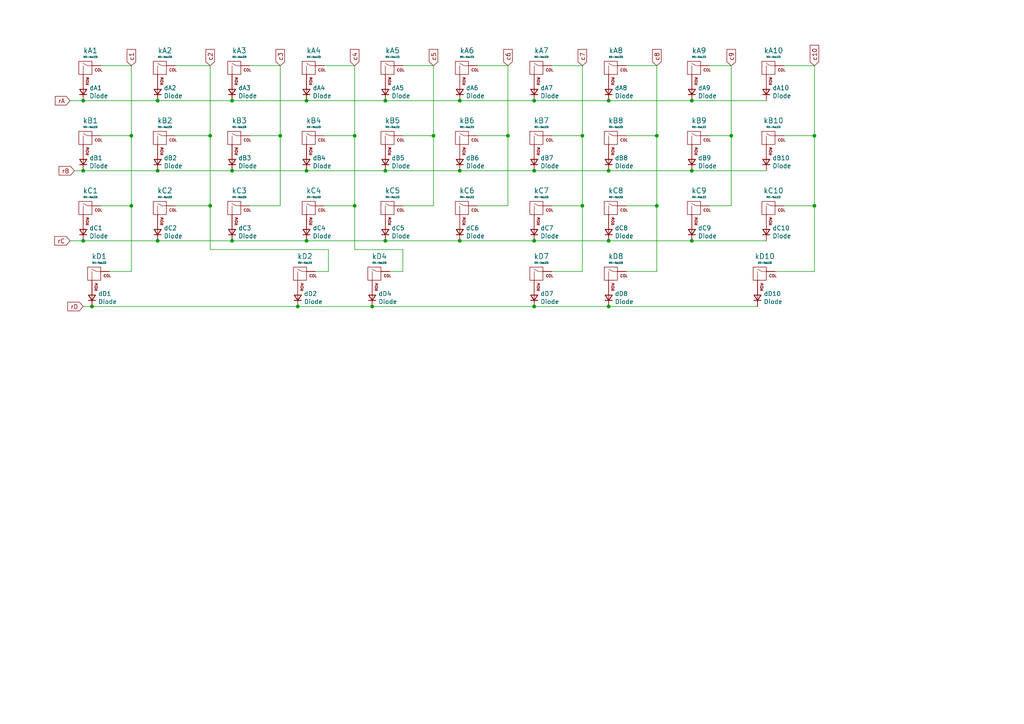
<source format=kicad_sch>
(kicad_sch (version 20230121) (generator eeschema)
  (paper "A4")
  (junction (at 446.405 149.86))
  (junction (at 400.685 71.12))
  (junction (at 212.09 39.37))
  (junction (at 324.485 50.8))
  (junction (at 67.31 29.21))
  (junction (at 419.735 160.02))
  (junction (at 446.405 12.7))
  (junction (at 154.94 49.53))
  (junction (at 437.515 149.86))
  (junction (at 24.13 49.53))
  (junction (at 236.22 59.69))
  (junction (at 45.72 49.53))
  (junction (at 518.795 104.14))
  (junction (at 168.91 39.37))
  (junction (at 487.045 81.28))
  (junction (at 428.625 160.02))
  (junction (at 347.345 87.63))
  (junction (at 107.95 88.9))
  (junction (at 343.535 26.67))
  (junction (at 45.72 69.85))
  (junction (at 88.9 69.85))
  (junction (at 147.32 39.37))
  (junction (at 176.53 49.53))
  (junction (at 428.625 149.86))
  (junction (at 102.87 59.69))
  (junction (at 437.515 160.02))
  (junction (at 86.36 88.9))
  (junction (at 432.435 12.7))
  (junction (at 343.535 29.21))
  (junction (at 342.265 11.43))
  (junction (at 154.94 69.85))
  (junction (at 386.715 71.12))
  (junction (at 419.735 149.86))
  (junction (at 45.72 29.21))
  (junction (at 133.35 49.53))
  (junction (at 111.76 49.53))
  (junction (at 236.22 39.37))
  (junction (at 394.335 81.28))
  (junction (at 443.865 12.7))
  (junction (at 532.765 93.98))
  (junction (at 360.045 19.05))
  (junction (at 386.715 81.28))
  (junction (at 460.375 12.7))
  (junction (at 446.405 160.02))
  (junction (at 532.765 118.11))
  (junction (at 200.66 49.53))
  (junction (at 335.915 101.6))
  (junction (at 200.66 29.21))
  (junction (at 125.73 39.37))
  (junction (at 133.35 29.21))
  (junction (at 321.945 90.17))
  (junction (at 60.96 59.69))
  (junction (at 24.13 29.21))
  (junction (at 390.525 149.86))
  (junction (at 88.9 29.21))
  (junction (at 451.485 12.7))
  (junction (at 24.13 69.85))
  (junction (at 67.31 69.85))
  (junction (at 111.76 69.85))
  (junction (at 390.525 160.02))
  (junction (at 168.91 59.69))
  (junction (at 448.945 12.7))
  (junction (at 88.9 49.53))
  (junction (at 154.94 88.9))
  (junction (at 38.1 39.37))
  (junction (at 441.325 12.7))
  (junction (at 344.17 146.685))
  (junction (at 190.5 39.37))
  (junction (at 81.28 39.37))
  (junction (at 26.67 88.9))
  (junction (at 102.87 39.37))
  (junction (at 200.66 69.85))
  (junction (at 67.31 49.53))
  (junction (at 344.17 159.385))
  (junction (at 410.845 149.86))
  (junction (at 176.53 88.9))
  (junction (at 60.96 39.37))
  (junction (at 133.35 69.85))
  (junction (at 410.845 160.02))
  (junction (at 443.865 119.38))
  (junction (at 328.93 147.32))
  (junction (at 154.94 29.21))
  (junction (at 321.945 87.63))
  (junction (at 190.5 59.69))
  (junction (at 176.53 29.21))
  (junction (at 38.1 59.69))
  (junction (at 176.53 69.85))
  (junction (at 111.76 29.21))
  (no_connect (at 471.805 60.96))
  (no_connect (at 339.725 41.91))
  (no_connect (at 415.925 95.25))
  (no_connect (at 415.925 92.71))
  (no_connect (at 471.805 78.74))
  (no_connect (at 471.805 93.98))
  (no_connect (at -24.13 93.98))
  (no_connect (at 339.725 39.37))
  (no_connect (at 471.805 58.42))
  (wire (pts (xy 353.06 149.225) (xy 351.79 149.225)))
  (wire (pts (xy 419.735 160.02) (xy 428.625 160.02)))
  (wire (pts (xy 81.28 39.37) (xy 81.28 59.69)))
  (wire (pts (xy 321.945 90.17) (xy 328.295 90.17)))
  (wire (pts (xy 45.72 29.21) (xy 67.31 29.21)))
  (polyline (pts (xy 568.325 133.35) (xy 568.325 78.74)))
  (wire (pts (xy 471.805 71.12) (xy 480.695 71.12)))
  (wire (pts (xy 471.805 104.14) (xy 481.33 104.14)))
  (wire (pts (xy 342.265 11.43) (xy 344.805 11.43)))
  (wire (pts (xy 371.475 158.75) (xy 371.475 161.29)))
  (wire (pts (xy 464.185 15.24) (xy 464.185 12.7)))
  (wire (pts (xy 382.905 78.74) (xy 386.715 81.28)))
  (wire (pts (xy 335.28 135.255) (xy 344.17 135.255)))
  (wire (pts (xy 31.75 78.74) (xy 38.1 78.74)))
  (wire (pts (xy 399.415 158.75) (xy 399.415 160.02)))
  (wire (pts (xy 328.93 137.16) (xy 328.93 138.43)))
  (wire (pts (xy 38.1 19.05) (xy 38.1 39.37)))
  (wire (pts (xy 45.72 69.85) (xy 67.31 69.85)))
  (wire (pts (xy 205.74 39.37) (xy 212.09 39.37)))
  (wire (pts (xy 181.61 78.74) (xy 190.5 78.74)))
  (wire (pts (xy 344.17 146.685) (xy 353.06 146.685)))
  (wire (pts (xy 38.1 39.37) (xy 38.1 59.69)))
  (wire (pts (xy 556.895 101.6) (xy 545.465 101.6)))
  (wire (pts (xy 471.805 101.6) (xy 481.33 101.6)))
  (wire (pts (xy 316.865 50.8) (xy 318.135 50.8)))
  (wire (pts (xy 518.795 102.87) (xy 518.795 104.14)))
  (wire (pts (xy 443.865 116.84) (xy 443.865 119.38)))
  (wire (pts (xy 111.76 29.21) (xy 133.35 29.21)))
  (wire (pts (xy 471.805 50.8) (xy 481.33 50.8)))
  (wire (pts (xy 133.35 49.53) (xy 154.94 49.53)))
  (wire (pts (xy 390.525 148.59) (xy 390.525 149.86)))
  (wire (pts (xy 168.91 19.05) (xy 168.91 39.37)))
  (wire (pts (xy 455.295 151.13) (xy 455.295 149.86)))
  (wire (pts (xy 20.32 69.85) (xy 24.13 69.85)))
  (wire (pts (xy 176.53 49.53) (xy 200.66 49.53)))
  (wire (pts (xy 535.305 116.84) (xy 535.305 118.11)))
  (wire (pts (xy 154.94 49.53) (xy 176.53 49.53)))
  (wire (pts (xy 414.655 119.38) (xy 443.865 119.38)))
  (wire (pts (xy 427.355 12.7) (xy 432.435 12.7)))
  (wire (pts (xy 410.845 149.86) (xy 419.735 149.86)))
  (wire (pts (xy 154.94 29.21) (xy 176.53 29.21)))
  (wire (pts (xy 50.8 19.05) (xy 60.96 19.05)))
  (wire (pts (xy 67.31 29.21) (xy 88.9 29.21)))
  (polyline (pts (xy 493.395 -5.08) (xy 375.285 -5.08)))
  (wire (pts (xy 154.94 88.9) (xy 176.53 88.9)))
  (wire (pts (xy 487.045 89.535) (xy 487.045 90.805)))
  (wire (pts (xy 471.805 96.52) (xy 478.79 96.52)))
  (wire (pts (xy 116.84 72.39) (xy 102.87 72.39)))
  (wire (pts (xy 313.69 134.62) (xy 313.69 143.51)))
  (wire (pts (xy 471.805 45.72) (xy 481.33 45.72)))
  (wire (pts (xy 446.405 149.86) (xy 455.295 149.86)))
  (wire (pts (xy 386.715 72.39) (xy 386.715 71.12)))
  (wire (pts (xy 414.655 102.87) (xy 415.925 102.87)))
  (wire (pts (xy 400.685 71.12) (xy 400.685 72.39)))
  (wire (pts (xy 111.76 49.53) (xy 133.35 49.53)))
  (wire (pts (xy 400.685 40.64) (xy 415.925 40.64)))
  (wire (pts (xy 342.265 7.62) (xy 342.265 11.43)))
  (wire (pts (xy 328.93 147.32) (xy 328.93 148.59)))
  (wire (pts (xy 446.405 149.86) (xy 446.405 151.13)))
  (wire (pts (xy 316.865 49.53) (xy 316.865 50.8)))
  (wire (pts (xy 471.805 33.02) (xy 481.33 33.02)))
  (wire (pts (xy 390.525 158.75) (xy 390.525 160.02)))
  (wire (pts (xy 410.845 149.86) (xy 410.845 151.13)))
  (wire (pts (xy 432.435 12.7) (xy 434.975 12.7)))
  (wire (pts (xy 227.33 59.69) (xy 236.22 59.69)))
  (wire (pts (xy 471.805 35.56) (xy 481.33 35.56)))
  (wire (pts (xy 410.845 158.75) (xy 410.845 160.02)))
  (wire (pts (xy 471.805 55.88) (xy 481.33 55.88)))
  (wire (pts (xy 328.93 158.75) (xy 328.93 161.29)))
  (wire (pts (xy 386.715 63.5) (xy 415.925 63.5)))
  (wire (pts (xy 335.915 97.79) (xy 335.915 101.6)))
  (wire (pts (xy 200.66 29.21) (xy 222.25 29.21)))
  (wire (pts (xy 343.535 29.21) (xy 342.265 31.75)))
  (wire (pts (xy 400.685 55.88) (xy 405.765 55.88)))
  (polyline (pts (xy 306.705 125.73) (xy 306.705 168.91)))
  (wire (pts (xy 344.17 135.255) (xy 344.17 137.795)))
  (wire (pts (xy 434.975 15.24) (xy 434.975 12.7)))
  (wire (pts (xy 224.79 78.74) (xy 236.22 78.74)))
  (wire (pts (xy 532.765 92.71) (xy 532.765 93.98)))
  (wire (pts (xy 394.335 81.28) (xy 394.335 82.55)))
  (wire (pts (xy 390.525 149.86) (xy 390.525 151.13)))
  (wire (pts (xy 360.045 19.05) (xy 360.045 20.32)))
  (wire (pts (xy 111.76 69.85) (xy 133.35 69.85)))
  (wire (pts (xy 471.805 43.18) (xy 481.33 43.18)))
  (wire (pts (xy 471.805 68.58) (xy 480.695 68.58)))
  (wire (pts (xy 413.385 68.58) (xy 415.925 68.58)))
  (wire (pts (xy 160.02 39.37) (xy 168.91 39.37)))
  (wire (pts (xy 45.72 49.53) (xy 67.31 49.53)))
  (wire (pts (xy 460.375 12.7) (xy 460.375 15.24)))
  (wire (pts (xy 471.805 81.28) (xy 487.045 81.28)))
  (wire (pts (xy 400.685 38.1) (xy 415.925 38.1)))
  (wire (pts (xy 147.32 39.37) (xy 147.32 59.69)))
  (wire (pts (xy 107.95 88.9) (xy 154.94 88.9)))
  (polyline (pts (xy 306.705 63.5) (xy 306.705 -5.08)))
  (wire (pts (xy 339.725 24.13) (xy 342.265 24.13)))
  (wire (pts (xy 471.805 48.26) (xy 480.695 48.26)))
  (wire (pts (xy 437.515 160.02) (xy 446.405 160.02)))
  (wire (pts (xy 113.03 78.74) (xy 116.84 78.74)))
  (polyline (pts (xy 306.705 -5.08) (xy 370.205 -5.08)))
  (wire (pts (xy 471.805 73.66) (xy 480.695 73.66)))
  (wire (pts (xy 181.61 19.05) (xy 190.5 19.05)))
  (wire (pts (xy 398.145 71.12) (xy 400.685 71.12)))
  (wire (pts (xy 443.865 12.7) (xy 443.865 15.24)))
  (wire (pts (xy 441.325 11.43) (xy 441.325 12.7)))
  (wire (pts (xy 386.715 71.12) (xy 386.715 63.5)))
  (wire (pts (xy 446.405 160.02) (xy 455.295 160.02)))
  (wire (pts (xy 320.04 147.32) (xy 328.93 147.32)))
  (polyline (pts (xy 361.315 168.91) (xy 361.315 125.73)))
  (wire (pts (xy 407.67 81.28) (xy 415.925 81.28)))
  (wire (pts (xy 342.265 24.13) (xy 343.535 26.67)))
  (wire (pts (xy 347.345 83.82) (xy 347.345 87.63)))
  (wire (pts (xy 428.625 158.75) (xy 428.625 160.02)))
  (wire (pts (xy 487.045 81.28) (xy 487.045 81.915)))
  (wire (pts (xy 168.91 59.69) (xy 168.91 78.74)))
  (wire (pts (xy 471.805 109.22) (xy 481.33 109.22)))
  (wire (pts (xy 443.865 12.7) (xy 446.405 12.7)))
  (wire (pts (xy 339.725 16.51) (xy 348.615 16.51)))
  (wire (pts (xy 344.17 158.115) (xy 344.17 159.385)))
  (wire (pts (xy 518.795 93.98) (xy 532.765 93.98)))
  (polyline (pts (xy 370.205 71.12) (xy 370.205 118.11)))
  (wire (pts (xy 413.385 58.42) (xy 415.925 58.42)))
  (wire (pts (xy 339.725 29.21) (xy 343.535 29.21)))
  (wire (pts (xy 321.945 90.17) (xy 321.945 92.71)))
  (wire (pts (xy 399.415 151.13) (xy 399.415 149.86)))
  (wire (pts (xy 176.53 88.9) (xy 219.71 88.9)))
  (wire (pts (xy 518.795 95.25) (xy 518.795 93.98)))
  (wire (pts (xy 138.43 59.69) (xy 147.32 59.69)))
  (wire (pts (xy 72.39 59.69) (xy 81.28 59.69)))
  (wire (pts (xy 181.61 59.69) (xy 190.5 59.69)))
  (wire (pts (xy 556.895 104.14) (xy 545.465 104.14)))
  (polyline (pts (xy 306.705 168.91) (xy 361.315 168.91)))
  (wire (pts (xy 471.805 40.64) (xy 481.33 40.64)))
  (wire (pts (xy 471.805 106.68) (xy 481.33 106.68)))
  (wire (pts (xy 313.69 160.02) (xy 313.69 161.29)))
  (wire (pts (xy 160.02 59.69) (xy 168.91 59.69)))
  (wire (pts (xy 394.335 76.2) (xy 394.335 81.28)))
  (wire (pts (xy 471.805 38.1) (xy 481.33 38.1)))
  (wire (pts (xy 386.715 71.12) (xy 390.525 71.12)))
  (wire (pts (xy 400.685 81.28) (xy 400.685 80.01)))
  (wire (pts (xy 93.98 39.37) (xy 102.87 39.37)))
  (wire (pts (xy 361.315 11.43) (xy 365.125 11.43)))
  (wire (pts (xy 324.485 49.53) (xy 324.485 50.8)))
  (wire (pts (xy 454.025 15.24) (xy 454.025 12.7)))
  (wire (pts (xy 400.685 43.18) (xy 415.925 43.18)))
  (wire (pts (xy 313.69 151.13) (xy 313.69 152.4)))
  (wire (pts (xy 91.44 78.74) (xy 95.25 78.74)))
  (wire (pts (xy 29.21 59.69) (xy 38.1 59.69)))
  (polyline (pts (xy 370.205 63.5) (xy 306.705 63.5)))
  (wire (pts (xy 343.535 87.63) (xy 347.345 87.63)))
  (wire (pts (xy 125.73 19.05) (xy 125.73 39.37)))
  (wire (pts (xy 386.715 80.01) (xy 386.715 81.28)))
  (wire (pts (xy 448.945 12.7) (xy 451.485 12.7)))
  (wire (pts (xy 432.435 11.43) (xy 432.435 12.7)))
  (wire (pts (xy 133.35 69.85) (xy 154.94 69.85)))
  (polyline (pts (xy 366.395 140.97) (xy 461.645 140.97)))
  (wire (pts (xy 400.685 58.42) (xy 405.765 58.42)))
  (wire (pts (xy 29.21 39.37) (xy 38.1 39.37)))
  (wire (pts (xy 414.655 102.87) (xy 414.655 119.38)))
  (wire (pts (xy 386.715 81.28) (xy 394.335 81.28)))
  (wire (pts (xy 351.79 159.385) (xy 344.17 159.385)))
  (wire (pts (xy 437.515 158.75) (xy 437.515 160.02)))
  (wire (pts (xy 347.345 87.63) (xy 347.345 92.71)))
  (wire (pts (xy 423.545 11.43) (xy 423.545 15.24)))
  (wire (pts (xy 352.425 11.43) (xy 353.695 11.43)))
  (wire (pts (xy 400.685 45.72) (xy 415.925 45.72)))
  (wire (pts (xy 88.9 69.85) (xy 111.76 69.85)))
  (wire (pts (xy 394.335 66.04) (xy 394.335 64.77)))
  (wire (pts (xy 342.265 31.75) (xy 339.725 31.75)))
  (wire (pts (xy 390.525 160.02) (xy 390.525 161.29)))
  (wire (pts (xy 138.43 19.05) (xy 147.32 19.05)))
  (wire (pts (xy 116.84 78.74) (xy 116.84 72.39)))
  (wire (pts (xy 556.895 111.76) (xy 545.465 111.76)))
  (wire (pts (xy 20.32 29.21) (xy 24.13 29.21)))
  (wire (pts (xy 60.96 39.37) (xy 60.96 59.69)))
  (polyline (pts (xy 306.705 71.12) (xy 370.205 71.12)))
  (wire (pts (xy 405.765 68.58) (xy 400.685 68.58)))
  (wire (pts (xy 428.625 149.86) (xy 437.515 149.86)))
  (wire (pts (xy 471.805 86.36) (xy 480.695 86.36)))
  (wire (pts (xy 351.79 149.225) (xy 351.79 159.385)))
  (wire (pts (xy 67.31 49.53) (xy 88.9 49.53)))
  (wire (pts (xy 227.33 19.05) (xy 236.22 19.05)))
  (wire (pts (xy 38.1 59.69) (xy 38.1 78.74)))
  (wire (pts (xy 441.325 12.7) (xy 443.865 12.7)))
  (polyline (pts (xy 498.475 78.74) (xy 498.475 133.35)))
  (wire (pts (xy 347.345 100.33) (xy 347.345 101.6)))
  (wire (pts (xy 419.735 158.75) (xy 419.735 160.02)))
  (wire (pts (xy 50.8 59.69) (xy 60.96 59.69)))
  (polyline (pts (xy 370.205 -5.08) (xy 370.205 63.5)))
  (wire (pts (xy 390.525 149.86) (xy 399.415 149.86)))
  (wire (pts (xy 212.09 39.37) (xy 212.09 19.05)))
  (polyline (pts (xy 498.475 133.35) (xy 568.325 133.35)))
  (wire (pts (xy 451.485 12.7) (xy 454.025 12.7)))
  (wire (pts (xy 102.87 39.37) (xy 102.87 59.69)))
  (wire (pts (xy 394.335 64.77) (xy 382.905 64.77)))
  (wire (pts (xy 343.535 29.21) (xy 349.25 29.21)))
  (wire (pts (xy 102.87 19.05) (xy 102.87 39.37)))
  (wire (pts (xy 205.74 59.69) (xy 212.09 59.69)))
  (wire (pts (xy 328.93 146.05) (xy 328.93 147.32)))
  (polyline (pts (xy 370.205 118.11) (xy 306.705 118.11)))
  (wire (pts (xy 400.685 34.29) (xy 415.925 34.29)))
  (wire (pts (xy 321.945 87.63) (xy 328.295 87.63)))
  (wire (pts (xy 93.98 19.05) (xy 102.87 19.05)))
  (wire (pts (xy 487.045 80.645) (xy 487.045 81.28)))
  (wire (pts (xy 236.22 39.37) (xy 236.22 59.69)))
  (wire (pts (xy 60.96 19.05) (xy 60.96 39.37)))
  (wire (pts (xy 321.945 101.6) (xy 335.915 101.6)))
  (wire (pts (xy 190.5 19.05) (xy 190.5 39.37)))
  (wire (pts (xy 93.98 59.69) (xy 102.87 59.69)))
  (wire (pts (xy 125.73 39.37) (xy 125.73 59.69)))
  (wire (pts (xy 343.535 26.67) (xy 349.25 26.67)))
  (wire (pts (xy 471.805 83.82) (xy 480.695 83.82)))
  (wire (pts (xy 81.28 19.05) (xy 81.28 39.37)))
  (wire (pts (xy 471.805 91.44) (xy 480.695 91.44)))
  (wire (pts (xy 72.39 39.37) (xy 81.28 39.37)))
  (wire (pts (xy 321.945 87.63) (xy 321.945 90.17)))
  (wire (pts (xy 437.515 149.86) (xy 437.515 151.13)))
  (wire (pts (xy 116.84 19.05) (xy 125.73 19.05)))
  (wire (pts (xy 60.96 72.39) (xy 95.25 72.39)))
  (wire (pts (xy 556.895 109.22) (xy 545.465 109.22)))
  (wire (pts (xy 324.485 50.8) (xy 324.485 52.07)))
  (wire (pts (xy 382.905 64.77) (xy 382.905 78.74)))
  (wire (pts (xy 176.53 69.85) (xy 200.66 69.85)))
  (polyline (pts (xy 375.285 133.35) (xy 493.395 133.35)))
  (wire (pts (xy 487.045 71.755) (xy 487.045 73.025)))
  (wire (pts (xy 50.8 39.37) (xy 60.96 39.37)))
  (wire (pts (xy 116.84 39.37) (xy 125.73 39.37)))
  (wire (pts (xy 344.17 145.415) (xy 344.17 146.685)))
  (wire (pts (xy 205.74 19.05) (xy 212.09 19.05)))
  (wire (pts (xy 236.22 19.05) (xy 236.22 39.37)))
  (polyline (pts (xy 306.705 118.11) (xy 306.705 71.12)))
  (wire (pts (xy 29.21 19.05) (xy 38.1 19.05)))
  (wire (pts (xy 88.9 29.21) (xy 111.76 29.21)))
  (wire (pts (xy 88.9 49.53) (xy 111.76 49.53)))
  (wire (pts (xy 339.725 19.05) (xy 348.615 19.05)))
  (wire (pts (xy 410.845 160.02) (xy 410.845 161.29)))
  (polyline (pts (xy 568.325 78.74) (xy 498.475 78.74)))
  (wire (pts (xy 176.53 29.21) (xy 200.66 29.21)))
  (wire (pts (xy 507.365 104.14) (xy 518.795 104.14)))
  (wire (pts (xy 448.945 12.7) (xy 448.945 15.24)))
  (wire (pts (xy 460.375 11.43) (xy 460.375 12.7)))
  (wire (pts (xy 380.365 148.59) (xy 380.365 151.13)))
  (wire (pts (xy 116.84 59.69) (xy 125.73 59.69)))
  (wire (pts (xy 428.625 160.02) (xy 437.515 160.02)))
  (polyline (pts (xy 366.395 140.97) (xy 366.395 168.91)))
  (wire (pts (xy 133.35 29.21) (xy 154.94 29.21)))
  (wire (pts (xy 147.32 19.05) (xy 147.32 39.37)))
  (wire (pts (xy 371.475 148.59) (xy 371.475 151.13)))
  (polyline (pts (xy 493.395 133.35) (xy 493.395 -5.08)))
  (wire (pts (xy 190.5 39.37) (xy 190.5 59.69)))
  (wire (pts (xy 427.355 15.24) (xy 427.355 12.7)))
  (wire (pts (xy 451.485 12.7) (xy 451.485 15.24)))
  (wire (pts (xy 446.405 12.7) (xy 448.945 12.7)))
  (wire (pts (xy 24.13 49.53) (xy 45.72 49.53)))
  (wire (pts (xy 443.865 119.38) (xy 443.865 120.65)))
  (wire (pts (xy 344.17 159.385) (xy 344.17 160.655)))
  (wire (pts (xy 160.02 19.05) (xy 168.91 19.05)))
  (wire (pts (xy 419.735 149.86) (xy 419.735 151.13)))
  (wire (pts (xy 227.33 39.37) (xy 236.22 39.37)))
  (wire (pts (xy 95.25 72.39) (xy 95.25 78.74)))
  (wire (pts (xy 360.045 16.51) (xy 360.045 19.05)))
  (wire (pts (xy 60.96 59.69) (xy 60.96 72.39)))
  (wire (pts (xy 339.725 11.43) (xy 342.265 11.43)))
  (wire (pts (xy 471.805 76.2) (xy 480.695 76.2)))
  (wire (pts (xy 323.215 50.8) (xy 324.485 50.8)))
  (wire (pts (xy 236.22 59.69) (xy 236.22 78.74)))
  (wire (pts (xy 67.31 69.85) (xy 88.9 69.85)))
  (wire (pts (xy 200.66 69.85) (xy 222.25 69.85)))
  (wire (pts (xy 212.09 59.69) (xy 212.09 39.37)))
  (wire (pts (xy 471.805 53.34) (xy 480.695 53.34)))
  (wire (pts (xy 532.765 116.84) (xy 532.765 118.11)))
  (wire (pts (xy 24.13 69.85) (xy 45.72 69.85)))
  (wire (pts (xy 154.94 69.85) (xy 176.53 69.85)))
  (wire (pts (xy 419.735 149.86) (xy 428.625 149.86)))
  (wire (pts (xy 380.365 158.75) (xy 380.365 161.29)))
  (wire (pts (xy 432.435 12.7) (xy 432.435 15.24)))
  (wire (pts (xy 86.36 88.9) (xy 107.95 88.9)))
  (wire (pts (xy 437.515 149.86) (xy 446.405 149.86)))
  (wire (pts (xy 410.845 148.59) (xy 410.845 149.86)))
  (wire (pts (xy 190.5 59.69) (xy 190.5 78.74)))
  (wire (pts (xy 446.405 158.75) (xy 446.405 160.02)))
  (polyline (pts (xy 306.705 125.73) (xy 361.315 125.73)))
  (wire (pts (xy 26.67 88.9) (xy 86.36 88.9)))
  (wire (pts (xy 532.765 93.98) (xy 532.765 96.52)))
  (wire (pts (xy 446.405 12.7) (xy 446.405 15.24)))
  (wire (pts (xy 400.685 68.58) (xy 400.685 71.12)))
  (polyline (pts (xy 461.645 168.91) (xy 461.645 140.97)))
  (wire (pts (xy 441.325 12.7) (xy 441.325 15.24)))
  (wire (pts (xy 390.525 160.02) (xy 399.415 160.02)))
  (wire (pts (xy 72.39 19.05) (xy 81.28 19.05)))
  (wire (pts (xy 343.535 26.67) (xy 339.725 26.67)))
  (wire (pts (xy 321.945 83.82) (xy 321.945 87.63)))
  (wire (pts (xy 344.17 146.685) (xy 344.17 147.955)))
  (wire (pts (xy 335.915 101.6) (xy 347.345 101.6)))
  (wire (pts (xy 356.235 19.05) (xy 360.045 19.05)))
  (wire (pts (xy 21.59 49.53) (xy 24.13 49.53)))
  (wire (pts (xy 138.43 39.37) (xy 147.32 39.37)))
  (wire (pts (xy 200.66 49.53) (xy 222.25 49.53)))
  (wire (pts (xy 532.765 118.11) (xy 535.305 118.11)))
  (wire (pts (xy 518.795 104.14) (xy 520.065 104.14)))
  (wire (pts (xy 394.335 81.28) (xy 400.685 81.28)))
  (wire (pts (xy 460.375 12.7) (xy 464.185 12.7)))
  (wire (pts (xy 24.13 29.21) (xy 45.72 29.21)))
  (wire (pts (xy 335.915 101.6) (xy 335.915 102.87)))
  (wire (pts (xy 532.765 118.11) (xy 532.765 119.38)))
  (wire (pts (xy 365.125 7.62) (xy 365.125 11.43)))
  (wire (pts (xy 410.845 160.02) (xy 419.735 160.02)))
  (wire (pts (xy 400.685 49.53) (xy 415.925 49.53)))
  (polyline (pts (xy 366.395 168.91) (xy 461.645 168.91)))
  (wire (pts (xy 321.945 100.33) (xy 321.945 101.6)))
  (wire (pts (xy 160.02 78.74) (xy 168.91 78.74)))
  (wire (pts (xy 181.61 39.37) (xy 190.5 39.37)))
  (wire (pts (xy 24.13 88.9) (xy 26.67 88.9)))
  (wire (pts (xy 507.365 109.22) (xy 520.065 109.22)))
  (wire (pts (xy 428.625 149.86) (xy 428.625 151.13)))
  (wire (pts (xy 471.805 63.5) (xy 481.33 63.5)))
  (polyline (pts (xy 375.285 -5.08) (xy 375.285 133.35)))
  (wire (pts (xy 455.295 158.75) (xy 455.295 160.02)))
  (wire (pts (xy 102.87 72.39) (xy 102.87 59.69)))
  (wire (pts (xy 471.805 88.9) (xy 480.695 88.9)))
  (wire (pts (xy 471.805 66.04) (xy 480.695 66.04)))
  (wire (pts (xy 356.235 16.51) (xy 360.045 16.51)))
  (wire (pts (xy 168.91 39.37) (xy 168.91 59.69)))
  (wire (pts (xy 413.385 55.88) (xy 415.925 55.88)))
  (text "Voltage regulation" (at 306.705 71.12 0) (effects (font (size 1.778 1.778) (thickness 0.3556) bold) (justify left bottom)))
  (text "Decoupling" (at 366.395 140.97 0) (effects (font (size 1.778 1.778) (thickness 0.3556) bold) (justify left bottom)))
  (text "Flash memory" (at 498.475 78.74 0) (effects (font (size 1.778 1.778) (thickness 0.3556) bold) (justify left bottom)))
  (text "MCU" (at 375.285 -5.08 0) (effects (font (size 1.778 1.778) (thickness 0.3556) bold) (justify left bottom)))
  (text "Indicator & buttons" (at 306.705 125.73 0) (effects (font (size 1.778 1.778) (thickness 0.3556) bold) (justify left bottom)))
  (text "USB-C connector" (at 306.705 -5.08 0) (effects (font (size 1.778 1.778) (thickness 0.3556) bold) (justify left bottom)))
  (label "QSPI_D2" (at 400.685 43.18 0))
  (label "D-" (at 400.685 58.42 0))
  (label "QSPI_~{CS}" (at 335.28 135.255 0))
  (label "QSPI_SCLK" (at 507.365 109.22 0))
  (label "D15" (at 480.695 71.12 180))
  (label "LED" (at 480.695 76.2 180))
  (label "MISO" (at 480.695 83.82 180))
  (label "~{RESET}" (at 320.04 147.32 0))
  (label "D8" (at 480.695 53.34 180))
  (label "D6" (at 480.695 48.26 180))
  (label "QSPI_~{CS}" (at 400.685 34.29 0))
  (label "SCLK" (at 480.695 88.9 180))
  (label "QSPI_D3" (at 556.895 111.76 180))
  (label "QSPI_D0" (at 556.895 101.6 180))
  (label "QSPI_D3" (at 400.685 45.72 0))
  (label "D14" (at 480.695 68.58 180))
  (label "QSPI_D1" (at 400.685 40.64 0))
  (label "QSPI_D1" (at 556.895 104.14 180))
  (label "QSPI_D2" (at 556.895 109.22 180))
  (label "QSPI_~{CS}" (at 507.365 104.14 0))
  (label "MOSI" (at 480.695 91.44 180))
  (label "VBUS_DET" (at 484.505 81.28 180))
  (label "~{RESET}" (at 407.67 81.28 0))
  (label "D21" (at 480.695 86.36 180))
  (label "QSPI_D0" (at 400.685 38.1 0))
  (label "LED" (at 313.69 134.62 270))
  (label "D16" (at 480.695 73.66 180))
  (label "D+" (at 400.685 55.88 0))
  (label "D13" (at 480.695 66.04 180))
  (label "QSPI_SCLK" (at 400.685 49.53 0))
  (global_label "rC" (shape input) (at 20.32 69.85 180) (property "Intersheetrefs" "${INTERSHEET_REFS}" (effects hide)))
  (global_label "D-" (shape input) (at 349.25 26.67 0) (property "Intersheetrefs" "${INTERSHEET_REFS}" (effects hide)))
  (global_label "c4" (shape input) (at 481.33 106.68 0) (property "Intersheetrefs" "${INTERSHEET_REFS}" (effects hide)))
  (global_label "c3" (shape input) (at 81.28 19.05 90) (property "Intersheetrefs" "${INTERSHEET_REFS}" (effects hide)))
  (global_label "c9" (shape input) (at 481.33 38.1 0) (property "Intersheetrefs" "${INTERSHEET_REFS}" (effects hide)))
  (global_label "c4" (shape input) (at 102.87 19.05 90) (property "Intersheetrefs" "${INTERSHEET_REFS}" (effects hide)))
  (global_label "c7" (shape input) (at 168.91 19.05 90) (property "Intersheetrefs" "${INTERSHEET_REFS}" (effects hide)))
  (global_label "rD" (shape input) (at 24.13 88.9 180) (property "Intersheetrefs" "${INTERSHEET_REFS}" (effects hide)))
  (global_label "rB" (shape input) (at 21.59 49.53 180) (property "Intersheetrefs" "${INTERSHEET_REFS}" (effects hide)))
  (global_label "c5" (shape input) (at 125.73 19.05 90) (property "Intersheetrefs" "${INTERSHEET_REFS}" (effects hide)))
  (global_label "c1" (shape input) (at 478.79 96.52 0) (property "Intersheetrefs" "${INTERSHEET_REFS}" (effects hide)))
  (global_label "c5" (shape input) (at 481.33 109.22 0) (property "Intersheetrefs" "${INTERSHEET_REFS}" (effects hide)))
  (global_label "c7" (shape input) (at 481.33 33.02 0) (property "Intersheetrefs" "${INTERSHEET_REFS}" (effects hide)))
  (global_label "rA" (shape input) (at 20.32 29.21 180) (property "Intersheetrefs" "${INTERSHEET_REFS}" (effects hide)))
  (global_label "c2" (shape input) (at 60.96 19.05 90) (property "Intersheetrefs" "${INTERSHEET_REFS}" (effects hide)))
  (global_label "rD" (shape input) (at 481.33 50.8 0) (property "Intersheetrefs" "${INTERSHEET_REFS}" (effects hide)))
  (global_label "c8" (shape input) (at 481.33 35.56 0) (property "Intersheetrefs" "${INTERSHEET_REFS}" (effects hide)))
  (global_label "c9" (shape input) (at 212.09 19.05 90) (property "Intersheetrefs" "${INTERSHEET_REFS}" (effects hide)))
  (global_label "c6" (shape input) (at 481.33 55.88 0) (property "Intersheetrefs" "${INTERSHEET_REFS}" (effects hide)))
  (global_label "c3" (shape input) (at 481.33 104.14 0) (property "Intersheetrefs" "${INTERSHEET_REFS}" (effects hide)))
  (global_label "c10" (shape input) (at 236.22 19.05 90) (property "Intersheetrefs" "${INTERSHEET_REFS}" (effects hide)))
  (global_label "rA" (shape input) (at 481.33 45.72 0) (property "Intersheetrefs" "${INTERSHEET_REFS}" (effects hide)))
  (global_label "D+" (shape input) (at 349.25 29.21 0) (property "Intersheetrefs" "${INTERSHEET_REFS}" (effects hide)))
  (global_label "c8" (shape input) (at 190.5 19.05 90) (property "Intersheetrefs" "${INTERSHEET_REFS}" (effects hide)))
  (global_label "c6" (shape input) (at 147.32 19.05 90) (property "Intersheetrefs" "${INTERSHEET_REFS}" (effects hide)))
  (global_label "c10" (shape input) (at 481.33 40.64 0) (property "Intersheetrefs" "${INTERSHEET_REFS}" (effects hide)))
  (global_label "rB" (shape input) (at 481.33 43.18 0) (property "Intersheetrefs" "${INTERSHEET_REFS}" (effects hide)))
  (global_label "c1" (shape input) (at 38.1 19.05 90) (property "Intersheetrefs" "${INTERSHEET_REFS}" (effects hide)))
  (global_label "rC" (shape input) (at 481.33 63.5 0) (property "Intersheetrefs" "${INTERSHEET_REFS}" (effects hide)))
  (global_label "c2" (shape input) (at 481.33 101.6 0) (property "Intersheetrefs" "${INTERSHEET_REFS}" (effects hide)))
  (symbol (lib_id "MX_Alps_Hybrid:MX-NoLED") (at 25.4 20.32 0) (unit 1)
    (property "Reference" "kA1" (at 26.2382 14.6558 0) (effects (font (size 1.524 1.524))))
    (property "Value" "MX-NoLED" (at 26.2382 16.5354 0) (effects (font (size 0.508 0.508))))
    (property "Footprint" "MX_Only:MXOnly-1U-NoLED" (effects hide))
  )
  (symbol (lib_id "MX_Alps_Hybrid:MX-NoLED") (at 46.99 20.32 0) (unit 1)
    (property "Reference" "kA2" (at 47.8282 14.6558 0) (effects (font (size 1.524 1.524))))
    (property "Value" "MX-NoLED" (at 47.8282 16.5354 0) (effects (font (size 0.508 0.508))))
    (property "Footprint" "MX_Only:MXOnly-1U-NoLED" (effects hide))
  )
  (symbol (lib_id "MX_Alps_Hybrid:MX-NoLED") (at 68.58 20.32 0) (unit 1)
    (property "Reference" "kA3" (at 69.4182 14.6558 0) (effects (font (size 1.524 1.524))))
    (property "Value" "MX-NoLED" (at 69.4182 16.5354 0) (effects (font (size 0.508 0.508))))
    (property "Footprint" "MX_Only:MXOnly-1U-NoLED" (effects hide))
  )
  (symbol (lib_id "MX_Alps_Hybrid:MX-NoLED") (at 90.17 20.32 0) (unit 1)
    (property "Reference" "kA4" (at 91.0082 14.6558 0) (effects (font (size 1.524 1.524))))
    (property "Value" "MX-NoLED" (at 91.0082 16.5354 0) (effects (font (size 0.508 0.508))))
    (property "Footprint" "MX_Only:MXOnly-1U-NoLED" (effects hide))
  )
  (symbol (lib_id "MX_Alps_Hybrid:MX-NoLED") (at 113.03 20.32 0) (unit 1)
    (property "Reference" "kA5" (at 113.8682 14.6558 0) (effects (font (size 1.524 1.524))))
    (property "Value" "MX-NoLED" (at 113.8682 16.5354 0) (effects (font (size 0.508 0.508))))
    (property "Footprint" "MX_Only:MXOnly-1U-NoLED" (effects hide))
  )
  (symbol (lib_id "MX_Alps_Hybrid:MX-NoLED") (at 134.62 20.32 0) (unit 1)
    (property "Reference" "kA6" (at 135.4582 14.6558 0) (effects (font (size 1.524 1.524))))
    (property "Value" "MX-NoLED" (at 135.4582 16.5354 0) (effects (font (size 0.508 0.508))))
    (property "Footprint" "MX_Only:MXOnly-1U-NoLED" (effects hide))
  )
  (symbol (lib_id "MX_Alps_Hybrid:MX-NoLED") (at 156.21 20.32 0) (unit 1)
    (property "Reference" "kA7" (at 157.0482 14.6558 0) (effects (font (size 1.524 1.524))))
    (property "Value" "MX-NoLED" (at 157.0482 16.5354 0) (effects (font (size 0.508 0.508))))
    (property "Footprint" "MX_Only:MXOnly-1U-NoLED" (effects hide))
  )
  (symbol (lib_id "MX_Alps_Hybrid:MX-NoLED") (at 177.8 20.32 0) (unit 1)
    (property "Reference" "kA8" (at 178.6382 14.6558 0) (effects (font (size 1.524 1.524))))
    (property "Value" "MX-NoLED" (at 178.6382 16.5354 0) (effects (font (size 0.508 0.508))))
    (property "Footprint" "MX_Only:MXOnly-1U-NoLED" (effects hide))
  )
  (symbol (lib_id "MX_Alps_Hybrid:MX-NoLED") (at 201.93 20.32 0) (unit 1)
    (property "Reference" "kA9" (at 202.7682 14.6558 0) (effects (font (size 1.524 1.524))))
    (property "Value" "MX-NoLED" (at 202.7682 16.5354 0) (effects (font (size 0.508 0.508))))
    (property "Footprint" "MX_Only:MXOnly-1U-NoLED" (effects hide))
  )
  (symbol (lib_id "MX_Alps_Hybrid:MX-NoLED") (at 223.52 20.32 0) (unit 1)
    (property "Reference" "kA10" (at 224.3582 14.6558 0) (effects (font (size 1.524 1.524))))
    (property "Value" "MX-NoLED" (at 224.3582 16.5354 0) (effects (font (size 0.508 0.508))))
    (property "Footprint" "MX_Only:MXOnly-1U-NoLED" (effects hide))
  )
  (symbol (lib_id "MX_Alps_Hybrid:MX-NoLED") (at 25.4 40.64 0) (unit 1)
    (property "Reference" "kB1" (at 26.2382 34.9758 0) (effects (font (size 1.524 1.524))))
    (property "Value" "MX-NoLED" (at 26.2382 36.8554 0) (effects (font (size 0.508 0.508))))
    (property "Footprint" "MX_Only:MXOnly-1U-NoLED" (effects hide))
  )
  (symbol (lib_id "MX_Alps_Hybrid:MX-NoLED") (at 46.99 40.64 0) (unit 1)
    (property "Reference" "kB2" (at 47.8282 34.9758 0) (effects (font (size 1.524 1.524))))
    (property "Value" "MX-NoLED" (at 47.8282 36.8554 0) (effects (font (size 0.508 0.508))))
    (property "Footprint" "MX_Only:MXOnly-1U-NoLED" (effects hide))
  )
  (symbol (lib_id "MX_Alps_Hybrid:MX-NoLED") (at 68.58 40.64 0) (unit 1)
    (property "Reference" "kB3" (at 69.4182 34.9758 0) (effects (font (size 1.524 1.524))))
    (property "Value" "MX-NoLED" (at 69.4182 36.8554 0) (effects (font (size 0.508 0.508))))
    (property "Footprint" "MX_Only:MXOnly-1U-NoLED" (effects hide))
  )
  (symbol (lib_id "MX_Alps_Hybrid:MX-NoLED") (at 90.17 40.64 0) (unit 1)
    (property "Reference" "kB4" (at 91.0082 34.9758 0) (effects (font (size 1.524 1.524))))
    (property "Value" "MX-NoLED" (at 91.0082 36.8554 0) (effects (font (size 0.508 0.508))))
    (property "Footprint" "MX_Only:MXOnly-1U-NoLED" (effects hide))
  )
  (symbol (lib_id "MX_Alps_Hybrid:MX-NoLED") (at 113.03 40.64 0) (unit 1)
    (property "Reference" "kB5" (at 113.8682 34.9758 0) (effects (font (size 1.524 1.524))))
    (property "Value" "MX-NoLED" (at 113.8682 36.8554 0) (effects (font (size 0.508 0.508))))
    (property "Footprint" "MX_Only:MXOnly-1U-NoLED" (effects hide))
  )
  (symbol (lib_id "MX_Alps_Hybrid:MX-NoLED") (at 134.62 40.64 0) (unit 1)
    (property "Reference" "kB6" (at 135.4582 34.9758 0) (effects (font (size 1.524 1.524))))
    (property "Value" "MX-NoLED" (at 135.4582 36.8554 0) (effects (font (size 0.508 0.508))))
    (property "Footprint" "MX_Only:MXOnly-1U-NoLED" (effects hide))
  )
  (symbol (lib_id "MX_Alps_Hybrid:MX-NoLED") (at 156.21 40.64 0) (unit 1)
    (property "Reference" "kB7" (at 157.0482 34.9758 0) (effects (font (size 1.524 1.524))))
    (property "Value" "MX-NoLED" (at 157.0482 36.8554 0) (effects (font (size 0.508 0.508))))
    (property "Footprint" "MX_Only:MXOnly-1U-NoLED" (effects hide))
  )
  (symbol (lib_id "MX_Alps_Hybrid:MX-NoLED") (at 177.8 40.64 0) (unit 1)
    (property "Reference" "kB8" (at 178.6382 34.9758 0) (effects (font (size 1.524 1.524))))
    (property "Value" "MX-NoLED" (at 178.6382 36.8554 0) (effects (font (size 0.508 0.508))))
    (property "Footprint" "MX_Only:MXOnly-1U-NoLED" (effects hide))
  )
  (symbol (lib_id "MX_Alps_Hybrid:MX-NoLED") (at 201.93 40.64 0) (unit 1)
    (property "Reference" "kB9" (at 202.7682 34.9758 0) (effects (font (size 1.524 1.524))))
    (property "Value" "MX-NoLED" (at 202.7682 36.8554 0) (effects (font (size 0.508 0.508))))
    (property "Footprint" "MX_Only:MXOnly-1U-NoLED" (effects hide))
  )
  (symbol (lib_id "MX_Alps_Hybrid:MX-NoLED") (at 223.52 40.64 0) (unit 1)
    (property "Reference" "kB10" (at 224.3582 34.9758 0) (effects (font (size 1.524 1.524))))
    (property "Value" "MX-NoLED" (at 224.3582 36.8554 0) (effects (font (size 0.508 0.508))))
    (property "Footprint" "MX_Only:MXOnly-1U-NoLED" (effects hide))
  )
  (symbol (lib_id "MX_Alps_Hybrid:MX-NoLED") (at 25.4 60.96 0) (unit 1)
    (property "Reference" "kC1" (at 26.2382 55.2958 0) (effects (font (size 1.524 1.524))))
    (property "Value" "MX-NoLED" (at 26.2382 57.1754 0) (effects (font (size 0.508 0.508))))
    (property "Footprint" "MX_Only:MXOnly-1U-NoLED" (effects hide))
  )
  (symbol (lib_id "MX_Alps_Hybrid:MX-NoLED") (at 46.99 60.96 0) (unit 1)
    (property "Reference" "kC2" (at 47.8282 55.2958 0) (effects (font (size 1.524 1.524))))
    (property "Value" "MX-NoLED" (at 47.8282 57.1754 0) (effects (font (size 0.508 0.508))))
    (property "Footprint" "MX_Only:MXOnly-1U-NoLED" (effects hide))
  )
  (symbol (lib_id "MX_Alps_Hybrid:MX-NoLED") (at 68.58 60.96 0) (unit 1)
    (property "Reference" "kC3" (at 69.4182 55.2958 0) (effects (font (size 1.524 1.524))))
    (property "Value" "MX-NoLED" (at 69.4182 57.1754 0) (effects (font (size 0.508 0.508))))
    (property "Footprint" "MX_Only:MXOnly-1U-NoLED" (effects hide))
  )
  (symbol (lib_id "MX_Alps_Hybrid:MX-NoLED") (at 90.17 60.96 0) (unit 1)
    (property "Reference" "kC4" (at 91.0082 55.2958 0) (effects (font (size 1.524 1.524))))
    (property "Value" "MX-NoLED" (at 91.0082 57.1754 0) (effects (font (size 0.508 0.508))))
    (property "Footprint" "MX_Only:MXOnly-1U-NoLED" (effects hide))
  )
  (symbol (lib_id "MX_Alps_Hybrid:MX-NoLED") (at 113.03 60.96 0) (unit 1)
    (property "Reference" "kC5" (at 113.8682 55.2958 0) (effects (font (size 1.524 1.524))))
    (property "Value" "MX-NoLED" (at 113.8682 57.1754 0) (effects (font (size 0.508 0.508))))
    (property "Footprint" "MX_Only:MXOnly-1U-NoLED" (effects hide))
  )
  (symbol (lib_id "MX_Alps_Hybrid:MX-NoLED") (at 134.62 60.96 0) (unit 1)
    (property "Reference" "kC6" (at 135.4582 55.2958 0) (effects (font (size 1.524 1.524))))
    (property "Value" "MX-NoLED" (at 135.4582 57.1754 0) (effects (font (size 0.508 0.508))))
    (property "Footprint" "MX_Only:MXOnly-1U-NoLED" (effects hide))
  )
  (symbol (lib_id "MX_Alps_Hybrid:MX-NoLED") (at 156.21 60.96 0) (unit 1)
    (property "Reference" "kC7" (at 157.0482 55.2958 0) (effects (font (size 1.524 1.524))))
    (property "Value" "MX-NoLED" (at 157.0482 57.1754 0) (effects (font (size 0.508 0.508))))
    (property "Footprint" "MX_Only:MXOnly-1U-NoLED" (effects hide))
  )
  (symbol (lib_id "MX_Alps_Hybrid:MX-NoLED") (at 177.8 60.96 0) (unit 1)
    (property "Reference" "kC8" (at 178.6382 55.2958 0) (effects (font (size 1.524 1.524))))
    (property "Value" "MX-NoLED" (at 178.6382 57.1754 0) (effects (font (size 0.508 0.508))))
    (property "Footprint" "MX_Only:MXOnly-1U-NoLED" (effects hide))
  )
  (symbol (lib_id "MX_Alps_Hybrid:MX-NoLED") (at 201.93 60.96 0) (unit 1)
    (property "Reference" "kC9" (at 202.7682 55.2958 0) (effects (font (size 1.524 1.524))))
    (property "Value" "MX-NoLED" (at 202.7682 57.1754 0) (effects (font (size 0.508 0.508))))
    (property "Footprint" "MX_Only:MXOnly-1U-NoLED" (effects hide))
  )
  (symbol (lib_id "MX_Alps_Hybrid:MX-NoLED") (at 223.52 60.96 0) (unit 1)
    (property "Reference" "kC10" (at 224.3582 55.2958 0) (effects (font (size 1.524 1.524))))
    (property "Value" "MX-NoLED" (at 224.3582 57.1754 0) (effects (font (size 0.508 0.508))))
    (property "Footprint" "MX_Only:MXOnly-1U-NoLED" (effects hide))
  )
  (symbol (lib_id "MX_Alps_Hybrid:MX-NoLED") (at 27.94 80.01 0) (unit 1)
    (property "Reference" "kD1" (at 28.7782 74.3458 0) (effects (font (size 1.524 1.524))))
    (property "Value" "MX-NoLED" (at 28.7782 76.2254 0) (effects (font (size 0.508 0.508))))
    (property "Footprint" "MX_Only:MXOnly-1U-NoLED" (effects hide))
  )
  (symbol (lib_id "MX_Alps_Hybrid:MX-NoLED") (at 87.63 80.01 0) (unit 1)
    (property "Reference" "kD2" (at 88.4682 74.3458 0) (effects (font (size 1.524 1.524))))
    (property "Value" "MX-NoLED" (at 88.4682 76.2254 0) (effects (font (size 0.508 0.508))))
    (property "Footprint" "MX_Only:MXOnly-1U-NoLED" (effects hide))
  )
  (symbol (lib_id "MX_Alps_Hybrid:MX-NoLED") (at 109.22 80.01 0) (unit 1)
    (property "Reference" "kD4" (at 110.0582 74.3458 0) (effects (font (size 1.524 1.524))))
    (property "Value" "MX-NoLED" (at 110.0582 76.2254 0) (effects (font (size 0.508 0.508))))
    (property "Footprint" "MX_Only:MXOnly-1U-NoLED" (effects hide))
  )
  (symbol (lib_id "MX_Alps_Hybrid:MX-NoLED") (at 156.21 80.01 0) (unit 1)
    (property "Reference" "kD7" (at 157.0482 74.3458 0) (effects (font (size 1.524 1.524))))
    (property "Value" "MX-NoLED" (at 157.0482 76.2254 0) (effects (font (size 0.508 0.508))))
    (property "Footprint" "MX_Only:MXOnly-1U-NoLED" (effects hide))
  )
  (symbol (lib_id "MX_Alps_Hybrid:MX-NoLED") (at 177.8 80.01 0) (unit 1)
    (property "Reference" "kD8" (at 178.6382 74.3458 0) (effects (font (size 1.524 1.524))))
    (property "Value" "MX-NoLED" (at 178.6382 76.2254 0) (effects (font (size 0.508 0.508))))
    (property "Footprint" "MX_Only:MXOnly-1U-NoLED" (effects hide))
  )
  (symbol (lib_id "MX_Alps_Hybrid:MX-NoLED") (at 220.98 80.01 0) (unit 1)
    (property "Reference" "kD10" (at 221.8182 74.3458 0) (effects (font (size 1.524 1.524))))
    (property "Value" "MX-NoLED" (at 221.8182 76.2254 0) (effects (font (size 0.508 0.508))))
    (property "Footprint" "MX_Only:MXOnly-1U-NoLED" (effects hide))
  )
  (symbol (lib_id "Device:R") (at 409.575 58.42 90) (unit 1)
    (property "Reference" "R7" (at 409.575 60.96 90))
    (property "Value" "27" (at 409.575 58.42 90))
    (property "Footprint" "Resistor_SMD:R_0402_1005Metric" (effects hide))
    (property "LCSC" "C25100" (effects hide))
  )
  (symbol (lib_id "Device:C") (at 386.715 76.2 0) (unit 1)
    (property "Reference" "C3" (at 387.985 73.66 0) (effects (justify left)))
    (property "Value" "15p" (at 387.985 78.74 0) (effects (justify left)))
    (property "Footprint" "Capacitor_SMD:C_0402_1005Metric" (effects hide))
    (property "LCSC" "C1548" (effects hide))
  )
  (symbol (lib_id "Device:D_Small") (at 176.53 46.99 90) (unit 1)
    (property "Reference" "dB8" (at 178.308 45.8216 90) (effects (justify right)))
    (property "Value" "Diode" (at 178.308 48.133 90) (effects (justify right)))
    (property "Footprint" "montsinger:diode_smd" (effects hide))
  )
  (symbol (lib_id "power:+3.3V") (at 423.545 11.43 0) (unit 1)
    (property "Reference" "#PWR029" (effects hide))
    (property "Value" "+3.3V" (at 423.545 7.62 0))
  )
  (symbol (lib_id "Switch:SW_Push") (at 344.17 153.035 90) (unit 1)
    (property "Reference" "SW2" (at 345.44 151.7649 90) (effects (justify right)))
    (property "Value" "SW_Push" (at 345.44 154.3049 90) (effects (justify right)))
    (property "Footprint" "Button_Switch_SMD:SW_SPST_CK_KXT3" (effects hide))
    (property "LCSC" "C319433" (effects hide))
  )
  (symbol (lib_id "Device:D_Small") (at 24.13 46.99 90) (unit 1)
    (property "Reference" "dB1" (at 25.908 45.8216 90) (effects (justify right)))
    (property "Value" "Diode" (at 25.908 48.133 90) (effects (justify right)))
    (property "Footprint" "montsinger:diode_smd" (effects hide))
  )
  (symbol (lib_id "Device:D_Small") (at 107.95 86.36 90) (unit 1)
    (property "Reference" "dD4" (at 109.728 85.1916 90) (effects (justify right)))
    (property "Value" "Diode" (at 109.728 87.503 90) (effects (justify right)))
    (property "Footprint" "montsinger:diode_smd" (effects hide))
  )
  (symbol (lib_id "Device:C") (at 455.295 154.94 0) (unit 1)
    (property "Reference" "C14" (at 456.565 152.4 0) (effects (justify left)))
    (property "Value" "100n" (at 456.565 157.48 0) (effects (justify left)))
    (property "Footprint" "Capacitor_SMD:C_0402_1005Metric" (effects hide))
    (property "LCSC" "C1525" (effects hide))
  )
  (symbol (lib_id "Device:C") (at 446.405 154.94 0) (unit 1)
    (property "Reference" "C13" (at 447.675 152.4 0) (effects (justify left)))
    (property "Value" "100n" (at 447.675 157.48 0) (effects (justify left)))
    (property "Footprint" "Capacitor_SMD:C_0402_1005Metric" (effects hide))
    (property "LCSC" "C1525" (effects hide))
  )
  (symbol (lib_id "Device:R") (at 352.425 16.51 90) (unit 1)
    (property "Reference" "R4" (at 352.425 13.97 90))
    (property "Value" "5.1k" (at 352.425 16.51 90))
    (property "Footprint" "Resistor_SMD:R_0402_1005Metric" (effects hide))
    (property "LCSC" "C25905" (effects hide))
  )
  (symbol (lib_id "Device:C") (at 437.515 154.94 0) (unit 1)
    (property "Reference" "C12" (at 438.785 152.4 0) (effects (justify left)))
    (property "Value" "100n" (at 438.785 157.48 0) (effects (justify left)))
    (property "Footprint" "Capacitor_SMD:C_0402_1005Metric" (effects hide))
    (property "LCSC" "C1525" (effects hide))
  )
  (symbol (lib_id "Device:D_Small") (at 24.13 26.67 90) (unit 1)
    (property "Reference" "dA1" (at 25.908 25.5016 90) (effects (justify right)))
    (property "Value" "Diode" (at 25.908 27.813 90) (effects (justify right)))
    (property "Footprint" "montsinger:diode_smd" (effects hide))
  )
  (symbol (lib_id "power:+3.3V") (at 410.845 148.59 0) (unit 1)
    (property "Reference" "#PWR027" (effects hide))
    (property "Value" "+3.3V" (at 410.845 144.78 0))
  )
  (symbol (lib_id "Device:D_Small") (at 24.13 67.31 90) (unit 1)
    (property "Reference" "dC1" (at 25.908 66.1416 90) (effects (justify right)))
    (property "Value" "Diode" (at 25.908 68.453 90) (effects (justify right)))
    (property "Footprint" "montsinger:diode_smd" (effects hide))
  )
  (symbol (lib_id "Device:D_Small") (at 67.31 26.67 90) (unit 1)
    (property "Reference" "dA3" (at 69.088 25.5016 90) (effects (justify right)))
    (property "Value" "Diode" (at 69.088 27.813 90) (effects (justify right)))
    (property "Footprint" "montsinger:diode_smd" (effects hide))
  )
  (symbol (lib_id "power:GND") (at 487.045 90.805 0) (unit 1)
    (property "Reference" "#PWR035" (effects hide))
    (property "Value" "GND" (at 487.045 94.615 0))
  )
  (symbol (lib_id "Device:D_Small") (at 176.53 86.36 90) (unit 1)
    (property "Reference" "dD8" (at 178.308 85.1916 90) (effects (justify right)))
    (property "Value" "Diode" (at 178.308 87.503 90) (effects (justify right)))
    (property "Footprint" "montsinger:diode_smd" (effects hide))
  )
  (symbol (lib_id "power:GND") (at 328.93 161.29 0) (unit 1)
    (property "Reference" "#PWR07" (effects hide))
    (property "Value" "GND" (at 328.93 165.1 0))
  )
  (symbol (lib_id "Device:D_Small") (at 154.94 67.31 90) (unit 1)
    (property "Reference" "dC7" (at 156.718 66.1416 90) (effects (justify right)))
    (property "Value" "Diode" (at 156.718 68.453 90) (effects (justify right)))
    (property "Footprint" "montsinger:diode_smd" (effects hide))
  )
  (symbol (lib_id "Device:R") (at 409.575 55.88 90) (unit 1)
    (property "Reference" "R6" (at 409.575 53.34 90))
    (property "Value" "27" (at 409.575 55.88 90))
    (property "Footprint" "Resistor_SMD:R_0402_1005Metric" (effects hide))
    (property "LCSC" "C25100" (effects hide))
  )
  (symbol (lib_id "Device:R") (at 328.93 142.24 180) (unit 1)
    (property "Reference" "R2" (at 326.39 142.24 90))
    (property "Value" "10k" (at 328.93 142.24 90))
    (property "Footprint" "Resistor_SMD:R_0402_1005Metric" (effects hide))
    (property "LCSC" "C25744" (effects hide))
  )
  (symbol (lib_id "Device:FerriteBead_Small") (at 320.675 50.8 270) (unit 1)
    (property "Reference" "FB1" (at 315.595 53.34 90) (effects (justify left)))
    (property "Value" "FerriteBead_Small" (effects hide))
    (property "Footprint" "Inductor_SMD:L_0603_1608Metric" (effects hide))
    (property "LCSC" "C98288" (effects hide))
  )
  (symbol (lib_id "Device:D_Small") (at 222.25 46.99 90) (unit 1)
    (property "Reference" "dB10" (at 224.028 45.8216 90) (effects (justify right)))
    (property "Value" "Diode" (at 224.028 48.133 90) (effects (justify right)))
    (property "Footprint" "montsinger:diode_smd" (effects hide))
  )
  (symbol (lib_id "power:GND") (at 344.17 160.655 0) (unit 1)
    (property "Reference" "#PWR016" (effects hide))
    (property "Value" "GND" (at 344.17 164.465 0))
  )
  (symbol (lib_id "Device:C") (at 321.945 96.52 0) (unit 1)
    (property "Reference" "C1" (at 323.215 93.98 0) (effects (justify left)))
    (property "Value" "1µ" (at 323.215 99.06 0) (effects (justify left)))
    (property "Footprint" "Capacitor_SMD:C_0603_1608Metric" (effects hide))
    (property "LCSC" "C19666" (effects hide))
  )
  (symbol (lib_id "Regulator_Linear:AP2127K-3.3") (at 335.915 90.17 0) (unit 1)
    (property "Reference" "U3" (at 335.915 81.28 0))
    (property "Value" "XC6210B332MR-G" (at 335.915 83.82 0))
    (property "Footprint" "Package_TO_SOT_SMD:SOT-23-5" (effects hide))
    (property "LCSC" "C82942" (effects hide))
    (property "LCSC2" "C47719" (effects hide))
  )
  (symbol (lib_id "Device:D_Small") (at 26.67 86.36 90) (unit 1)
    (property "Reference" "dD1" (at 28.448 85.1916 90) (effects (justify right)))
    (property "Value" "Diode" (at 28.448 87.503 90) (effects (justify right)))
    (property "Footprint" "montsinger:diode_smd" (effects hide))
  )
  (symbol (lib_id "Device:R") (at 352.425 19.05 90) (unit 1)
    (property "Reference" "R5" (at 352.425 21.59 90))
    (property "Value" "5.1k" (at 352.425 19.05 90))
    (property "Footprint" "Resistor_SMD:R_0402_1005Metric" (effects hide))
    (property "LCSC" "C25905" (effects hide))
  )
  (symbol (lib_id "Device:C") (at 390.525 154.94 0) (unit 1)
    (property "Reference" "C7" (at 391.795 152.4 0) (effects (justify left)))
    (property "Value" "100n" (at 391.795 157.48 0) (effects (justify left)))
    (property "Footprint" "Capacitor_SMD:C_0402_1005Metric" (effects hide))
    (property "LCSC" "C1525" (effects hide))
  )
  (symbol (lib_id "Device:D_Small") (at 86.36 86.36 90) (unit 1)
    (property "Reference" "dD2" (at 88.138 85.1916 90) (effects (justify right)))
    (property "Value" "Diode" (at 88.138 87.503 90) (effects (justify right)))
    (property "Footprint" "montsinger:diode_smd" (effects hide))
  )
  (symbol (lib_id "Device:R") (at 487.045 85.725 180) (unit 1)
    (property "Reference" "R11" (at 484.505 85.725 90))
    (property "Value" "10k" (at 487.045 85.725 90))
    (property "Footprint" "Resistor_SMD:R_0402_1005Metric" (effects hide))
    (property "LCSC" "C25744" (effects hide))
  )
  (symbol (lib_id "power:GND") (at 324.485 52.07 0) (unit 1)
    (property "Reference" "#PWR05" (effects hide))
    (property "Value" "GND" (at 324.485 55.88 0))
  )
  (symbol (lib_id "Device:D_Small") (at 88.9 26.67 90) (unit 1)
    (property "Reference" "dA4" (at 90.678 25.5016 90) (effects (justify right)))
    (property "Value" "Diode" (at 90.678 27.813 90) (effects (justify right)))
    (property "Footprint" "montsinger:diode_smd" (effects hide))
  )
  (symbol (lib_id "power:+3.3V") (at 441.325 11.43 0) (unit 1)
    (property "Reference" "#PWR031" (effects hide))
    (property "Value" "+3.3V" (at 441.325 7.62 0))
  )
  (symbol (lib_id "Device:D_Small") (at 67.31 46.99 90) (unit 1)
    (property "Reference" "dB3" (at 69.088 45.8216 90) (effects (justify right)))
    (property "Value" "Diode" (at 69.088 48.133 90) (effects (justify right)))
    (property "Footprint" "montsinger:diode_smd" (effects hide))
  )
  (symbol (lib_id "power:GND") (at 371.475 161.29 0) (unit 1)
    (property "Reference" "#PWR021" (effects hide))
    (property "Value" "GND" (at 371.475 165.1 0))
  )
  (symbol (lib_id "Device:D_Small") (at 133.35 26.67 90) (unit 1)
    (property "Reference" "dA6" (at 135.128 25.5016 90) (effects (justify right)))
    (property "Value" "Diode" (at 135.128 27.813 90) (effects (justify right)))
    (property "Footprint" "montsinger:diode_smd" (effects hide))
  )
  (symbol (lib_id "Device:D_Small") (at 200.66 26.67 90) (unit 1)
    (property "Reference" "dA9" (at 202.438 25.5016 90) (effects (justify right)))
    (property "Value" "Diode" (at 202.438 27.813 90) (effects (justify right)))
    (property "Footprint" "montsinger:diode_smd" (effects hide))
  )
  (symbol (lib_id "power:+1V1") (at 380.365 148.59 0) (unit 1)
    (property "Reference" "#PWR022" (effects hide))
    (property "Value" "+1V1" (at 380.365 144.78 0))
  )
  (symbol (lib_id "Device:D_Small") (at 45.72 26.67 90) (unit 1)
    (property "Reference" "dA2" (at 47.498 25.5016 90) (effects (justify right)))
    (property "Value" "Diode" (at 47.498 27.813 90) (effects (justify right)))
    (property "Footprint" "montsinger:diode_smd" (effects hide))
  )
  (symbol (lib_id "power:+3.3V") (at 328.93 137.16 0) (unit 1)
    (property "Reference" "#PWR06" (effects hide))
    (property "Value" "+3.3V" (at 328.93 133.35 0))
  )
  (symbol (lib_id "Device:D_Small") (at 154.94 86.36 90) (unit 1)
    (property "Reference" "dD7" (at 156.718 85.1916 90) (effects (justify right)))
    (property "Value" "Diode" (at 156.718 87.503 90) (effects (justify right)))
    (property "Footprint" "montsinger:diode_smd" (effects hide))
  )
  (symbol (lib_id "power:GND") (at 443.865 120.65 0) (unit 1)
    (property "Reference" "#PWR032" (effects hide))
    (property "Value" "GND" (at 443.865 124.46 0))
  )
  (symbol (lib_id "Device:D_Small") (at 67.31 67.31 90) (unit 1)
    (property "Reference" "dC3" (at 69.088 66.1416 90) (effects (justify right)))
    (property "Value" "Diode" (at 69.088 68.453 90) (effects (justify right)))
    (property "Footprint" "montsinger:diode_smd" (effects hide))
  )
  (symbol (lib_id "Device:D_Small") (at 200.66 67.31 90) (unit 1)
    (property "Reference" "dC9" (at 202.438 66.1416 90) (effects (justify right)))
    (property "Value" "Diode" (at 202.438 68.453 90) (effects (justify right)))
    (property "Footprint" "montsinger:diode_smd" (effects hide))
  )
  (symbol (lib_id "Device:D_Small") (at 133.35 67.31 90) (unit 1)
    (property "Reference" "dC6" (at 135.128 66.1416 90) (effects (justify right)))
    (property "Value" "Diode" (at 135.128 68.453 90) (effects (justify right)))
    (property "Footprint" "montsinger:diode_smd" (effects hide))
  )
  (symbol (lib_id "Device:C") (at 371.475 154.94 0) (unit 1)
    (property "Reference" "C5" (at 372.745 152.4 0) (effects (justify left)))
    (property "Value" "1µ" (at 372.745 157.48 0) (effects (justify left)))
    (property "Footprint" "Capacitor_SMD:C_0402_1005Metric" (effects hide))
    (property "LCSC" "C52923" (effects hide))
  )
  (symbol (lib_id "Device:D_Small") (at 45.72 46.99 90) (unit 1)
    (property "Reference" "dB2" (at 47.498 45.8216 90) (effects (justify right)))
    (property "Value" "Diode" (at 47.498 48.133 90) (effects (justify right)))
    (property "Footprint" "montsinger:diode_smd" (effects hide))
  )
  (symbol (lib_id "Device:D_Small") (at 111.76 46.99 90) (unit 1)
    (property "Reference" "dB5" (at 113.538 45.8216 90) (effects (justify right)))
    (property "Value" "Diode" (at 113.538 48.133 90) (effects (justify right)))
    (property "Footprint" "montsinger:diode_smd" (effects hide))
  )
  (symbol (lib_id "power:GND") (at 532.765 119.38 0) (unit 1)
    (property "Reference" "#PWR038" (effects hide))
    (property "Value" "GND" (at 532.765 123.19 0))
  )
  (symbol (lib_id "power:VBUS") (at 342.265 7.62 0) (unit 1)
    (property "Reference" "#PWR015" (effects hide))
    (property "Value" "VBUS" (at 342.265 3.81 0))
  )
  (symbol (lib_id "Switch:SW_Push") (at 328.93 153.67 90) (unit 1)
    (property "Reference" "SW1" (at 330.2 152.3999 90) (effects (justify right)))
    (property "Value" "SW_Push" (at 330.2 154.9399 90) (effects (justify right)))
    (property "Footprint" "Button_Switch_SMD:SW_SPST_CK_KXT3" (effects hide))
    (property "LCSC" "C319433" (effects hide))
  )
  (symbol (lib_id "Device:D_Small") (at 222.25 26.67 90) (unit 1)
    (property "Reference" "dA10" (at 224.028 25.5016 90) (effects (justify right)))
    (property "Value" "Diode" (at 224.028 27.813 90) (effects (justify right)))
    (property "Footprint" "montsinger:diode_smd" (effects hide))
  )
  (symbol (lib_id "power:+1V1") (at 432.435 11.43 0) (unit 1)
    (property "Reference" "#PWR030" (effects hide))
    (property "Value" "+1V1" (at 432.435 7.62 0))
  )
  (symbol (lib_id "Device:C") (at 419.735 154.94 0) (unit 1)
    (property "Reference" "C10" (at 421.005 152.4 0) (effects (justify left)))
    (property "Value" "100n" (at 421.005 157.48 0) (effects (justify left)))
    (property "Footprint" "Capacitor_SMD:C_0402_1005Metric" (effects hide))
    (property "LCSC" "C1525" (effects hide))
  )
  (symbol (lib_id "power:GND") (at 394.335 82.55 0) (unit 1)
    (property "Reference" "#PWR026" (effects hide))
    (property "Value" "GND" (at 394.335 86.36 0))
  )
  (symbol (lib_id "Device:D_Small") (at 45.72 67.31 90) (unit 1)
    (property "Reference" "dC2" (at 47.498 66.1416 90) (effects (justify right)))
    (property "Value" "Diode" (at 47.498 68.453 90) (effects (justify right)))
    (property "Footprint" "montsinger:diode_smd" (effects hide))
  )
  (symbol (lib_id "Device:D_Small") (at 88.9 46.99 90) (unit 1)
    (property "Reference" "dB4" (at 90.678 45.8216 90) (effects (justify right)))
    (property "Value" "Diode" (at 90.678 48.133 90) (effects (justify right)))
    (property "Footprint" "montsinger:diode_smd" (effects hide))
  )
  (symbol (lib_id "Device:LED") (at 313.69 147.32 90) (unit 1)
    (property "Reference" "D1" (at 314.96 144.78 90) (effects (justify right)))
    (property "Value" "LED" (effects hide))
    (property "Footprint" "LED_SMD:LED_0402_1005Metric" (effects hide))
    (property "LCSC" "C130719" (effects hide))
  )
  (symbol (lib_id "Memory_Flash:W25Q32JVZP") (at 532.765 106.68 0) (unit 1)
    (property "Reference" "U2" (at 534.7209 95.25 0) (effects (justify left)))
    (property "Value" "GD25Q80CEIGR" (at 534.7209 97.79 0) (effects (justify left)))
    (property "Footprint" "0xLib_Package_DFN_QFN:USON-8-1EP_3x2mm_P0.5mm_EP0.25x1.65mm" (effects hide))
    (property "LCSC" "C395484" (effects hide))
  )
  (symbol (lib_id "power:GND") (at 360.045 20.32 0) (unit 1)
    (property "Reference" "#PWR018" (effects hide))
    (property "Value" "GND" (at 360.045 24.13 0))
  )
  (symbol (lib_id "Device:D_Small") (at 88.9 67.31 90) (unit 1)
    (property "Reference" "dC4" (at 90.678 66.1416 90) (effects (justify right)))
    (property "Value" "Diode" (at 90.678 68.453 90) (effects (justify right)))
    (property "Footprint" "montsinger:diode_smd" (effects hide))
  )
  (symbol (lib_id "Device:R") (at 487.045 76.835 180) (unit 1)
    (property "Reference" "R10" (at 484.505 76.835 90))
    (property "Value" "5.1k" (at 487.045 76.835 90))
    (property "Footprint" "Resistor_SMD:R_0402_1005Metric" (effects hide))
    (property "LCSC" "C25905" (effects hide))
  )
  (symbol (lib_id "MCU_RaspberryPi_RP2040:RP2040") (at 443.865 66.04 0) (unit 1)
    (property "Reference" "U1" (at 417.195 16.51 0) (effects (justify left)))
    (property "Value" "RP2040" (at 461.645 115.57 0) (effects (justify left)))
    (property "Footprint" "0xLib_Package_DFN_QFN:QFN-56-1EP_7x7mm_P0.4mm_EP3.2x3.2mm" (effects hide))
    (property "LCSC" "C2040" (effects hide))
  )
  (symbol (lib_id "power:+3.3V") (at 532.765 92.71 0) (unit 1)
    (property "Reference" "#PWR037" (effects hide))
    (property "Value" "+3.3V" (at 532.765 88.9 0))
  )
  (symbol (lib_id "Device:R") (at 313.69 156.21 180) (unit 1)
    (property "Reference" "R1" (at 311.15 156.21 90))
    (property "Value" "1k" (at 313.69 156.21 90))
    (property "Footprint" "Resistor_SMD:R_0402_1005Metric" (effects hide))
    (property "LCSC" "C11702" (effects hide))
  )
  (symbol (lib_id "power:+1V1") (at 390.525 148.59 0) (unit 1)
    (property "Reference" "#PWR024" (effects hide))
    (property "Value" "+1V1" (at 390.525 144.78 0))
  )
  (symbol (lib_id "power:GND") (at 335.915 102.87 0) (unit 1)
    (property "Reference" "#PWR08" (effects hide))
    (property "Value" "GND" (at 335.915 106.68 0))
  )
  (symbol (lib_id "Connector:USB_C_Receptacle_USB2.0") (at 324.485 26.67 0) (unit 1)
    (property "Reference" "J1" (at 324.485 3.81 0))
    (property "Value" "USB_C_Receptacle_USB2.0" (at 324.485 6.35 0))
    (property "Footprint" "0xLib_USB_Type-C:USB_C_Receptacle_HRO_TYPE-C-31-M-13B" (effects hide))
    (property "Datasheet" "https://www.usb.org/sites/default/files/documents/usb_type-c.zip" (effects hide))
    (property "LCSC" "C2848619" (effects hide))
  )
  (symbol (lib_id "power:+5V") (at 365.125 7.62 0) (unit 1)
    (property "Reference" "#PWR019" (effects hide))
    (property "Value" "+5V" (at 365.125 3.81 0))
  )
  (symbol (lib_id "Device:C") (at 400.685 76.2 0) (unit 1)
    (property "Reference" "C4" (at 401.955 73.66 0) (effects (justify left)))
    (property "Value" "15p" (at 401.955 78.74 0) (effects (justify left)))
    (property "Footprint" "Capacitor_SMD:C_0402_1005Metric" (effects hide))
    (property "LCSC" "C1548" (effects hide))
  )
  (symbol (lib_id "Device:D_Small") (at 200.66 46.99 90) (unit 1)
    (property "Reference" "dB9" (at 202.438 45.8216 90) (effects (justify right)))
    (property "Value" "Diode" (at 202.438 48.133 90) (effects (justify right)))
    (property "Footprint" "montsinger:diode_smd" (effects hide))
  )
  (symbol (lib_id "Device:D_Small") (at 219.71 86.36 90) (unit 1)
    (property "Reference" "dD10" (at 221.488 85.1916 90) (effects (justify right)))
    (property "Value" "Diode" (at 221.488 87.503 90) (effects (justify right)))
    (property "Footprint" "montsinger:diode_smd" (effects hide))
  )
  (symbol (lib_id "power:+3.3V") (at 460.375 11.43 0) (unit 1)
    (property "Reference" "#PWR033" (effects hide))
    (property "Value" "+3.3V" (at 460.375 7.62 0))
  )
  (symbol (lib_id "Device:R") (at 518.795 99.06 180) (unit 1)
    (property "Reference" "R9" (at 516.255 99.06 90))
    (property "Value" "10k" (at 518.795 99.06 90))
    (property "Footprint" "Resistor_SMD:R_0402_1005Metric" (effects hide))
    (property "LCSC" "C25744" (effects hide))
  )
  (symbol (lib_id "Device:D_Small") (at 133.35 46.99 90) (unit 1)
    (property "Reference" "dB6" (at 135.128 45.8216 90) (effects (justify right)))
    (property "Value" "Diode" (at 135.128 48.133 90) (effects (justify right)))
    (property "Footprint" "montsinger:diode_smd" (effects hide))
  )
  (symbol (lib_id "Device:D_Small") (at 176.53 67.31 90) (unit 1)
    (property "Reference" "dC8" (at 178.308 66.1416 90) (effects (justify right)))
    (property "Value" "Diode" (at 178.308 68.453 90) (effects (justify right)))
    (property "Footprint" "montsinger:diode_smd" (effects hide))
  )
  (symbol (lib_id "Device:Crystal_GND24") (at 394.335 71.12 0) (mirror x) (unit 1)
    (property "Reference" "Y1" (at 390.525 76.2 0))
    (property "Value" "Crystal_GND24" (effects hide))
    (property "Footprint" "Crystal:Crystal_SMD_2520-4Pin_2.5x2.0mm" (effects hide))
    (property "LCSC" "C2149204" (effects hide))
  )
  (symbol (lib_id "power:GND") (at 313.69 161.29 0) (unit 1)
    (property "Reference" "#PWR01" (effects hide))
    (property "Value" "GND" (at 313.69 165.1 0))
  )
  (symbol (lib_id "power:+3.3V") (at 347.345 83.82 0) (unit 1)
    (property "Reference" "#PWR017" (effects hide))
    (property "Value" "+3.3V" (at 347.345 80.01 0))
  )
  (symbol (lib_id "Device:D_Small") (at 222.25 67.31 90) (unit 1)
    (property "Reference" "dC10" (at 224.028 66.1416 90) (effects (justify right)))
    (property "Value" "Diode" (at 224.028 68.453 90) (effects (justify right)))
    (property "Footprint" "montsinger:diode_smd" (effects hide))
  )
  (symbol (lib_id "Device:C") (at 410.845 154.94 0) (unit 1)
    (property "Reference" "C9" (at 412.115 152.4 0) (effects (justify left)))
    (property "Value" "100n" (at 412.115 157.48 0) (effects (justify left)))
    (property "Footprint" "Capacitor_SMD:C_0402_1005Metric" (effects hide))
    (property "LCSC" "C1525" (effects hide))
  )
  (symbol (lib_id "power:+3.3V") (at 371.475 148.59 0) (unit 1)
    (property "Reference" "#PWR020" (effects hide))
    (property "Value" "+3.3V" (at 371.475 144.78 0))
  )
  (symbol (lib_id "Device:C") (at 347.345 96.52 0) (unit 1)
    (property "Reference" "C2" (at 348.615 93.98 0) (effects (justify left)))
    (property "Value" "1µ" (at 348.615 99.06 0) (effects (justify left)))
    (property "Footprint" "Capacitor_SMD:C_0603_1608Metric" (effects hide))
    (property "LCSC" "C19666" (effects hide))
  )
  (symbol (lib_id "Device:C") (at 399.415 154.94 0) (unit 1)
    (property "Reference" "C8" (at 400.685 152.4 0) (effects (justify left)))
    (property "Value" "100n" (at 400.685 157.48 0) (effects (justify left)))
    (property "Footprint" "Capacitor_SMD:C_0402_1005Metric" (effects hide))
    (property "LCSC" "C1525" (effects hide))
  )
  (symbol (lib_id "power:VBUS") (at 487.045 71.755 0) (unit 1)
    (property "Reference" "#PWR034" (effects hide))
    (property "Value" "VBUS" (at 487.045 67.945 0))
  )
  (symbol (lib_id "power:+5V") (at 321.945 83.82 0) (unit 1)
    (property "Reference" "#PWR04" (effects hide))
    (property "Value" "+5V" (at 321.945 80.01 0))
  )
  (symbol (lib_id "Device:D_Small") (at 154.94 46.99 90) (unit 1)
    (property "Reference" "dB7" (at 156.718 45.8216 90) (effects (justify right)))
    (property "Value" "Diode" (at 156.718 48.133 90) (effects (justify right)))
    (property "Footprint" "montsinger:diode_smd" (effects hide))
  )
  (symbol (lib_id "Connector_Generic:Conn_01x02") (at 358.14 149.225 0) (mirror x) (unit 1) (in_bom no)
    (property "Reference" "J2" (at 356.87 151.765 0) (effects (justify left)))
    (property "Value" "Conn_01x02" (effects hide))
    (property "Footprint" "Connector_PinHeader_1.27mm:PinHeader_1x02_P1.27mm_Vertical" (effects hide))
  )
  (symbol (lib_id "Device:C") (at 380.365 154.94 0) (unit 1)
    (property "Reference" "C6" (at 381.635 152.4 0) (effects (justify left)))
    (property "Value" "1µ" (at 381.635 157.48 0) (effects (justify left)))
    (property "Footprint" "Capacitor_SMD:C_0402_1005Metric" (effects hide))
    (property "LCSC" "C52923" (effects hide))
  )
  (symbol (lib_id "Device:D_Small") (at 176.53 26.67 90) (unit 1)
    (property "Reference" "dA8" (at 178.308 25.5016 90) (effects (justify right)))
    (property "Value" "Diode" (at 178.308 27.813 90) (effects (justify right)))
    (property "Footprint" "montsinger:diode_smd" (effects hide))
  )
  (symbol (lib_id "power:GND") (at 380.365 161.29 0) (unit 1)
    (property "Reference" "#PWR023" (effects hide))
    (property "Value" "GND" (at 380.365 165.1 0))
  )
  (symbol (lib_id "power:GND") (at 390.525 161.29 0) (unit 1)
    (property "Reference" "#PWR025" (effects hide))
    (property "Value" "GND" (at 390.525 165.1 0))
  )
  (symbol (lib_id "Device:D_Small") (at 154.94 26.67 90) (unit 1)
    (property "Reference" "dA7" (at 156.718 25.5016 90) (effects (justify right)))
    (property "Value" "Diode" (at 156.718 27.813 90) (effects (justify right)))
    (property "Footprint" "montsinger:diode_smd" (effects hide))
  )
  (symbol (lib_id "Device:C") (at 428.625 154.94 0) (unit 1)
    (property "Reference" "C11" (at 429.895 152.4 0) (effects (justify left)))
    (property "Value" "100n" (at 429.895 157.48 0) (effects (justify left)))
    (property "Footprint" "Capacitor_SMD:C_0402_1005Metric" (effects hide))
    (property "LCSC" "C1525" (effects hide))
  )
  (symbol (lib_id "Device:R") (at 409.575 68.58 90) (unit 1)
    (property "Reference" "R8" (at 409.575 66.04 90))
    (property "Value" "1k" (at 409.575 68.58 90))
    (property "Footprint" "Resistor_SMD:R_0402_1005Metric" (effects hide))
    (property "LCSC" "C11702" (effects hide))
  )
  (symbol (lib_id "Device:D_Small") (at 111.76 26.67 90) (unit 1)
    (property "Reference" "dA5" (at 113.538 25.5016 90) (effects (justify right)))
    (property "Value" "Diode" (at 113.538 27.813 90) (effects (justify right)))
    (property "Footprint" "montsinger:diode_smd" (effects hide))
  )
  (symbol (lib_id "power:GND") (at 410.845 161.29 0) (unit 1)
    (property "Reference" "#PWR028" (effects hide))
    (property "Value" "GND" (at 410.845 165.1 0))
  )
  (symbol (lib_id "Device:R") (at 344.17 141.605 180) (unit 1)
    (property "Reference" "R3" (at 341.63 141.605 90))
    (property "Value" "1k" (at 344.17 141.605 90))
    (property "Footprint" "Resistor_SMD:R_0402_1005Metric" (effects hide))
    (property "LCSC" "C11702" (effects hide))
  )
  (symbol (lib_id "Device:D_Schottky") (at 357.505 11.43 180) (unit 1)
    (property "Reference" "D2" (at 357.505 6.985 0))
    (property "Value" "B5817" (at 358.14 8.89 0))
    (property "Footprint" "Diode_SMD:D_SOD-323" (effects hide))
    (property "LCSC" "C123899" (effects hide))
  )
  (symbol (lib_id "Device:Polyfuse") (at 348.615 11.43 90) (unit 1)
    (property "Reference" "F1" (at 348.615 6.985 90))
    (property "Value" "Polyfuse" (at 348.615 8.89 90))
    (property "Footprint" "Fuse:Fuse_0603_1608Metric" (effects hide))
    (property "LCSC" "C69679" (effects hide))
  )
  (symbol (lib_id "Device:D_Small") (at 111.76 67.31 90) (unit 1)
    (property "Reference" "dC5" (at 113.538 66.1416 90) (effects (justify right)))
    (property "Value" "Diode" (at 113.538 68.453 90) (effects (justify right)))
    (property "Footprint" "montsinger:diode_smd" (effects hide))
  )
)
</source>
